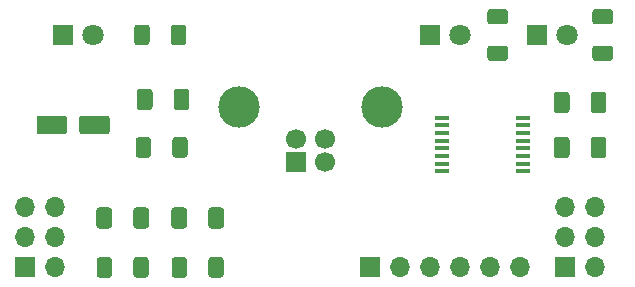
<source format=gts>
%TF.GenerationSoftware,KiCad,Pcbnew,(5.1.10-0-10_14)*%
%TF.CreationDate,2021-05-08T11:54:01+02:00*%
%TF.ProjectId,USB_power_serial_breakout,5553425f-706f-4776-9572-5f7365726961,rev?*%
%TF.SameCoordinates,Original*%
%TF.FileFunction,Soldermask,Top*%
%TF.FilePolarity,Negative*%
%FSLAX46Y46*%
G04 Gerber Fmt 4.6, Leading zero omitted, Abs format (unit mm)*
G04 Created by KiCad (PCBNEW (5.1.10-0-10_14)) date 2021-05-08 11:54:01*
%MOMM*%
%LPD*%
G01*
G04 APERTURE LIST*
%ADD10C,1.800000*%
%ADD11R,1.800000X1.800000*%
%ADD12R,1.200000X0.400000*%
%ADD13O,1.700000X1.700000*%
%ADD14R,1.700000X1.700000*%
%ADD15C,3.500000*%
%ADD16C,1.700000*%
G04 APERTURE END LIST*
%TO.C,R3*%
G36*
G01*
X203570000Y-66050000D02*
X203570000Y-67300000D01*
G75*
G02*
X203320000Y-67550000I-250000J0D01*
G01*
X202520000Y-67550000D01*
G75*
G02*
X202270000Y-67300000I0J250000D01*
G01*
X202270000Y-66050000D01*
G75*
G02*
X202520000Y-65800000I250000J0D01*
G01*
X203320000Y-65800000D01*
G75*
G02*
X203570000Y-66050000I0J-250000D01*
G01*
G37*
G36*
G01*
X206670000Y-66050000D02*
X206670000Y-67300000D01*
G75*
G02*
X206420000Y-67550000I-250000J0D01*
G01*
X205620000Y-67550000D01*
G75*
G02*
X205370000Y-67300000I0J250000D01*
G01*
X205370000Y-66050000D01*
G75*
G02*
X205620000Y-65800000I250000J0D01*
G01*
X206420000Y-65800000D01*
G75*
G02*
X206670000Y-66050000I0J-250000D01*
G01*
G37*
%TD*%
D10*
%TO.C,D3*%
X198755000Y-66675000D03*
D11*
X196215000Y-66675000D03*
%TD*%
D12*
%TO.C,U1*%
X235225000Y-73671000D03*
X235225000Y-74321000D03*
X235225000Y-74971000D03*
X235225000Y-75621000D03*
X235225000Y-76271000D03*
X235225000Y-76921000D03*
X235225000Y-77571000D03*
X235225000Y-78221000D03*
X228325000Y-78221000D03*
X228325000Y-77571000D03*
X228325000Y-76921000D03*
X228325000Y-76271000D03*
X228325000Y-75621000D03*
X228325000Y-74971000D03*
X228325000Y-74321000D03*
X228325000Y-73671000D03*
%TD*%
%TO.C,R5*%
G36*
G01*
X241310000Y-67575000D02*
X242560000Y-67575000D01*
G75*
G02*
X242810000Y-67825000I0J-250000D01*
G01*
X242810000Y-68625000D01*
G75*
G02*
X242560000Y-68875000I-250000J0D01*
G01*
X241310000Y-68875000D01*
G75*
G02*
X241060000Y-68625000I0J250000D01*
G01*
X241060000Y-67825000D01*
G75*
G02*
X241310000Y-67575000I250000J0D01*
G01*
G37*
G36*
G01*
X241310000Y-64475000D02*
X242560000Y-64475000D01*
G75*
G02*
X242810000Y-64725000I0J-250000D01*
G01*
X242810000Y-65525000D01*
G75*
G02*
X242560000Y-65775000I-250000J0D01*
G01*
X241310000Y-65775000D01*
G75*
G02*
X241060000Y-65525000I0J250000D01*
G01*
X241060000Y-64725000D01*
G75*
G02*
X241310000Y-64475000I250000J0D01*
G01*
G37*
%TD*%
%TO.C,R4*%
G36*
G01*
X232420000Y-67575000D02*
X233670000Y-67575000D01*
G75*
G02*
X233920000Y-67825000I0J-250000D01*
G01*
X233920000Y-68625000D01*
G75*
G02*
X233670000Y-68875000I-250000J0D01*
G01*
X232420000Y-68875000D01*
G75*
G02*
X232170000Y-68625000I0J250000D01*
G01*
X232170000Y-67825000D01*
G75*
G02*
X232420000Y-67575000I250000J0D01*
G01*
G37*
G36*
G01*
X232420000Y-64475000D02*
X233670000Y-64475000D01*
G75*
G02*
X233920000Y-64725000I0J-250000D01*
G01*
X233920000Y-65525000D01*
G75*
G02*
X233670000Y-65775000I-250000J0D01*
G01*
X232420000Y-65775000D01*
G75*
G02*
X232170000Y-65525000I0J250000D01*
G01*
X232170000Y-64725000D01*
G75*
G02*
X232420000Y-64475000I250000J0D01*
G01*
G37*
%TD*%
%TO.C,R2*%
G36*
G01*
X206745000Y-85735000D02*
X206745000Y-86985000D01*
G75*
G02*
X206495000Y-87235000I-250000J0D01*
G01*
X205695000Y-87235000D01*
G75*
G02*
X205445000Y-86985000I0J250000D01*
G01*
X205445000Y-85735000D01*
G75*
G02*
X205695000Y-85485000I250000J0D01*
G01*
X206495000Y-85485000D01*
G75*
G02*
X206745000Y-85735000I0J-250000D01*
G01*
G37*
G36*
G01*
X209845000Y-85735000D02*
X209845000Y-86985000D01*
G75*
G02*
X209595000Y-87235000I-250000J0D01*
G01*
X208795000Y-87235000D01*
G75*
G02*
X208545000Y-86985000I0J250000D01*
G01*
X208545000Y-85735000D01*
G75*
G02*
X208795000Y-85485000I250000J0D01*
G01*
X209595000Y-85485000D01*
G75*
G02*
X209845000Y-85735000I0J-250000D01*
G01*
G37*
%TD*%
%TO.C,R1*%
G36*
G01*
X200395000Y-85735000D02*
X200395000Y-86985000D01*
G75*
G02*
X200145000Y-87235000I-250000J0D01*
G01*
X199345000Y-87235000D01*
G75*
G02*
X199095000Y-86985000I0J250000D01*
G01*
X199095000Y-85735000D01*
G75*
G02*
X199345000Y-85485000I250000J0D01*
G01*
X200145000Y-85485000D01*
G75*
G02*
X200395000Y-85735000I0J-250000D01*
G01*
G37*
G36*
G01*
X203495000Y-85735000D02*
X203495000Y-86985000D01*
G75*
G02*
X203245000Y-87235000I-250000J0D01*
G01*
X202445000Y-87235000D01*
G75*
G02*
X202195000Y-86985000I0J250000D01*
G01*
X202195000Y-85735000D01*
G75*
G02*
X202445000Y-85485000I250000J0D01*
G01*
X203245000Y-85485000D01*
G75*
G02*
X203495000Y-85735000I0J-250000D01*
G01*
G37*
%TD*%
D13*
%TO.C,J4*%
X234950000Y-86360000D03*
X232410000Y-86360000D03*
X229870000Y-86360000D03*
X227330000Y-86360000D03*
X224790000Y-86360000D03*
D14*
X222250000Y-86360000D03*
%TD*%
D15*
%TO.C,J3*%
X223210000Y-72760000D03*
X211170000Y-72760000D03*
D16*
X215940000Y-75470000D03*
X218440000Y-75470000D03*
X218440000Y-77470000D03*
D14*
X215940000Y-77470000D03*
%TD*%
D13*
%TO.C,J2*%
X241300000Y-81280000D03*
X238760000Y-81280000D03*
X241300000Y-83820000D03*
X238760000Y-83820000D03*
X241300000Y-86360000D03*
D14*
X238760000Y-86360000D03*
%TD*%
D13*
%TO.C,J1*%
X195580000Y-81280000D03*
X193040000Y-81280000D03*
X195580000Y-83820000D03*
X193040000Y-83820000D03*
X195580000Y-86360000D03*
D14*
X193040000Y-86360000D03*
%TD*%
%TO.C,FB1*%
G36*
G01*
X205497000Y-76825000D02*
X205497000Y-75575000D01*
G75*
G02*
X205747000Y-75325000I250000J0D01*
G01*
X206547000Y-75325000D01*
G75*
G02*
X206797000Y-75575000I0J-250000D01*
G01*
X206797000Y-76825000D01*
G75*
G02*
X206547000Y-77075000I-250000J0D01*
G01*
X205747000Y-77075000D01*
G75*
G02*
X205497000Y-76825000I0J250000D01*
G01*
G37*
G36*
G01*
X202397000Y-76825000D02*
X202397000Y-75575000D01*
G75*
G02*
X202647000Y-75325000I250000J0D01*
G01*
X203447000Y-75325000D01*
G75*
G02*
X203697000Y-75575000I0J-250000D01*
G01*
X203697000Y-76825000D01*
G75*
G02*
X203447000Y-77075000I-250000J0D01*
G01*
X202647000Y-77075000D01*
G75*
G02*
X202397000Y-76825000I0J250000D01*
G01*
G37*
%TD*%
D10*
%TO.C,D2*%
X238887000Y-66675000D03*
D11*
X236347000Y-66675000D03*
%TD*%
D10*
%TO.C,D1*%
X229870000Y-66675000D03*
D11*
X227330000Y-66675000D03*
%TD*%
%TO.C,C6*%
G36*
G01*
X196604000Y-73745000D02*
X196604000Y-74845000D01*
G75*
G02*
X196354000Y-75095000I-250000J0D01*
G01*
X194254000Y-75095000D01*
G75*
G02*
X194004000Y-74845000I0J250000D01*
G01*
X194004000Y-73745000D01*
G75*
G02*
X194254000Y-73495000I250000J0D01*
G01*
X196354000Y-73495000D01*
G75*
G02*
X196604000Y-73745000I0J-250000D01*
G01*
G37*
G36*
G01*
X200204000Y-73745000D02*
X200204000Y-74845000D01*
G75*
G02*
X199954000Y-75095000I-250000J0D01*
G01*
X197854000Y-75095000D01*
G75*
G02*
X197604000Y-74845000I0J250000D01*
G01*
X197604000Y-73745000D01*
G75*
G02*
X197854000Y-73495000I250000J0D01*
G01*
X199954000Y-73495000D01*
G75*
G02*
X200204000Y-73745000I0J-250000D01*
G01*
G37*
%TD*%
%TO.C,C5*%
G36*
G01*
X240930000Y-76850001D02*
X240930000Y-75549999D01*
G75*
G02*
X241179999Y-75300000I249999J0D01*
G01*
X242005001Y-75300000D01*
G75*
G02*
X242255000Y-75549999I0J-249999D01*
G01*
X242255000Y-76850001D01*
G75*
G02*
X242005001Y-77100000I-249999J0D01*
G01*
X241179999Y-77100000D01*
G75*
G02*
X240930000Y-76850001I0J249999D01*
G01*
G37*
G36*
G01*
X237805000Y-76850001D02*
X237805000Y-75549999D01*
G75*
G02*
X238054999Y-75300000I249999J0D01*
G01*
X238880001Y-75300000D01*
G75*
G02*
X239130000Y-75549999I0J-249999D01*
G01*
X239130000Y-76850001D01*
G75*
G02*
X238880001Y-77100000I-249999J0D01*
G01*
X238054999Y-77100000D01*
G75*
G02*
X237805000Y-76850001I0J249999D01*
G01*
G37*
%TD*%
%TO.C,C4*%
G36*
G01*
X240930000Y-73040001D02*
X240930000Y-71739999D01*
G75*
G02*
X241179999Y-71490000I249999J0D01*
G01*
X242005001Y-71490000D01*
G75*
G02*
X242255000Y-71739999I0J-249999D01*
G01*
X242255000Y-73040001D01*
G75*
G02*
X242005001Y-73290000I-249999J0D01*
G01*
X241179999Y-73290000D01*
G75*
G02*
X240930000Y-73040001I0J249999D01*
G01*
G37*
G36*
G01*
X237805000Y-73040001D02*
X237805000Y-71739999D01*
G75*
G02*
X238054999Y-71490000I249999J0D01*
G01*
X238880001Y-71490000D01*
G75*
G02*
X239130000Y-71739999I0J-249999D01*
G01*
X239130000Y-73040001D01*
G75*
G02*
X238880001Y-73290000I-249999J0D01*
G01*
X238054999Y-73290000D01*
G75*
G02*
X237805000Y-73040001I0J249999D01*
G01*
G37*
%TD*%
%TO.C,C3*%
G36*
G01*
X208545000Y-82819001D02*
X208545000Y-81518999D01*
G75*
G02*
X208794999Y-81269000I249999J0D01*
G01*
X209620001Y-81269000D01*
G75*
G02*
X209870000Y-81518999I0J-249999D01*
G01*
X209870000Y-82819001D01*
G75*
G02*
X209620001Y-83069000I-249999J0D01*
G01*
X208794999Y-83069000D01*
G75*
G02*
X208545000Y-82819001I0J249999D01*
G01*
G37*
G36*
G01*
X205420000Y-82819001D02*
X205420000Y-81518999D01*
G75*
G02*
X205669999Y-81269000I249999J0D01*
G01*
X206495001Y-81269000D01*
G75*
G02*
X206745000Y-81518999I0J-249999D01*
G01*
X206745000Y-82819001D01*
G75*
G02*
X206495001Y-83069000I-249999J0D01*
G01*
X205669999Y-83069000D01*
G75*
G02*
X205420000Y-82819001I0J249999D01*
G01*
G37*
%TD*%
%TO.C,C2*%
G36*
G01*
X202195000Y-82819001D02*
X202195000Y-81518999D01*
G75*
G02*
X202444999Y-81269000I249999J0D01*
G01*
X203270001Y-81269000D01*
G75*
G02*
X203520000Y-81518999I0J-249999D01*
G01*
X203520000Y-82819001D01*
G75*
G02*
X203270001Y-83069000I-249999J0D01*
G01*
X202444999Y-83069000D01*
G75*
G02*
X202195000Y-82819001I0J249999D01*
G01*
G37*
G36*
G01*
X199070000Y-82819001D02*
X199070000Y-81518999D01*
G75*
G02*
X199319999Y-81269000I249999J0D01*
G01*
X200145001Y-81269000D01*
G75*
G02*
X200395000Y-81518999I0J-249999D01*
G01*
X200395000Y-82819001D01*
G75*
G02*
X200145001Y-83069000I-249999J0D01*
G01*
X199319999Y-83069000D01*
G75*
G02*
X199070000Y-82819001I0J249999D01*
G01*
G37*
%TD*%
%TO.C,C1*%
G36*
G01*
X203824000Y-71485999D02*
X203824000Y-72786001D01*
G75*
G02*
X203574001Y-73036000I-249999J0D01*
G01*
X202748999Y-73036000D01*
G75*
G02*
X202499000Y-72786001I0J249999D01*
G01*
X202499000Y-71485999D01*
G75*
G02*
X202748999Y-71236000I249999J0D01*
G01*
X203574001Y-71236000D01*
G75*
G02*
X203824000Y-71485999I0J-249999D01*
G01*
G37*
G36*
G01*
X206949000Y-71485999D02*
X206949000Y-72786001D01*
G75*
G02*
X206699001Y-73036000I-249999J0D01*
G01*
X205873999Y-73036000D01*
G75*
G02*
X205624000Y-72786001I0J249999D01*
G01*
X205624000Y-71485999D01*
G75*
G02*
X205873999Y-71236000I249999J0D01*
G01*
X206699001Y-71236000D01*
G75*
G02*
X206949000Y-71485999I0J-249999D01*
G01*
G37*
%TD*%
M02*

</source>
